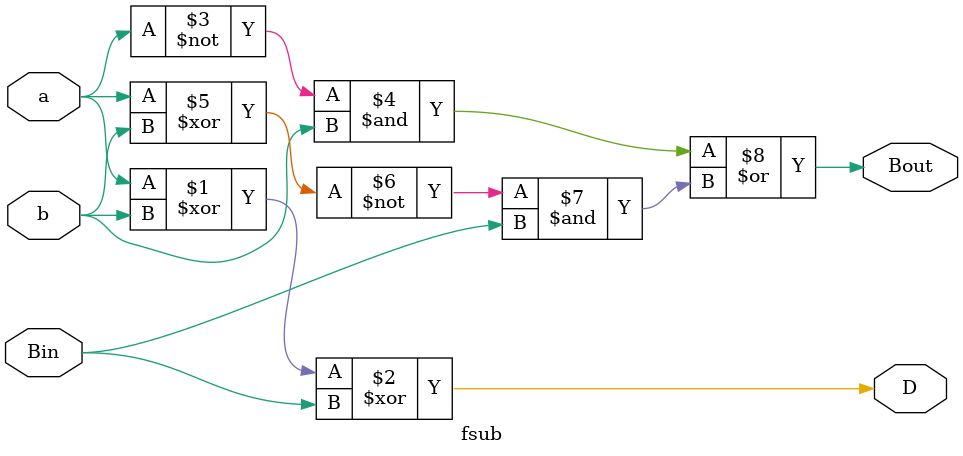
<source format=v>
module fsub(input a, b, Bin, output D, Bout);
  assign D = a ^ b ^ Bin;
  assign Bout = (~a & b) | (~(a ^ b) & Bin);
endmodule

</source>
